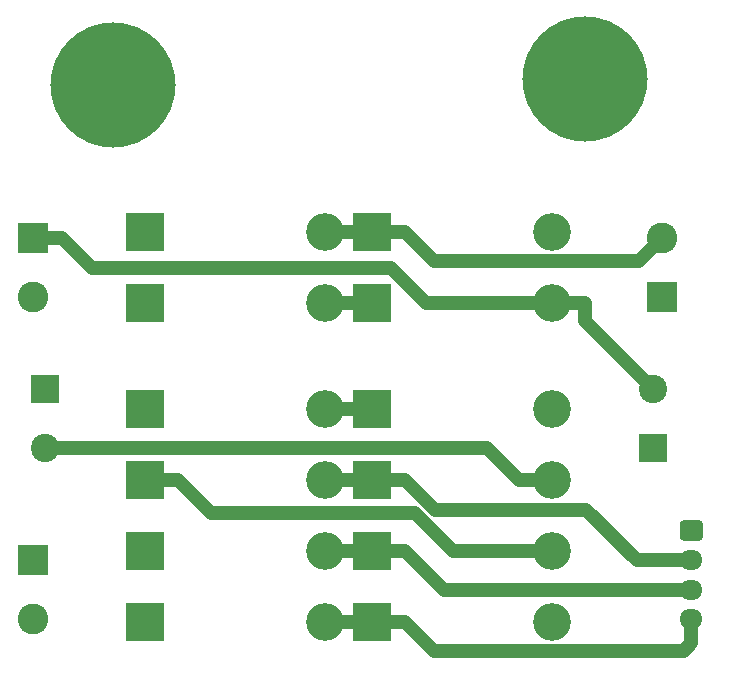
<source format=gtl>
G04 #@! TF.GenerationSoftware,KiCad,Pcbnew,5.1.10*
G04 #@! TF.CreationDate,2021-05-19T15:46:58-05:00*
G04 #@! TF.ProjectId,Rectifier,52656374-6966-4696-9572-2e6b69636164,rev?*
G04 #@! TF.SameCoordinates,Original*
G04 #@! TF.FileFunction,Copper,L1,Top*
G04 #@! TF.FilePolarity,Positive*
%FSLAX46Y46*%
G04 Gerber Fmt 4.6, Leading zero omitted, Abs format (unit mm)*
G04 Created by KiCad (PCBNEW 5.1.10) date 2021-05-19 15:46:58*
%MOMM*%
%LPD*%
G01*
G04 APERTURE LIST*
G04 #@! TA.AperFunction,ComponentPad*
%ADD10C,2.400000*%
G04 #@! TD*
G04 #@! TA.AperFunction,ComponentPad*
%ADD11R,2.400000X2.400000*%
G04 #@! TD*
G04 #@! TA.AperFunction,ComponentPad*
%ADD12C,0.900000*%
G04 #@! TD*
G04 #@! TA.AperFunction,ComponentPad*
%ADD13C,10.600000*%
G04 #@! TD*
G04 #@! TA.AperFunction,ComponentPad*
%ADD14C,2.600000*%
G04 #@! TD*
G04 #@! TA.AperFunction,ComponentPad*
%ADD15R,2.600000X2.600000*%
G04 #@! TD*
G04 #@! TA.AperFunction,ComponentPad*
%ADD16O,1.950000X1.700000*%
G04 #@! TD*
G04 #@! TA.AperFunction,ComponentPad*
%ADD17O,3.200000X3.200000*%
G04 #@! TD*
G04 #@! TA.AperFunction,ComponentPad*
%ADD18R,3.200000X3.200000*%
G04 #@! TD*
G04 #@! TA.AperFunction,Conductor*
%ADD19C,1.200000*%
G04 #@! TD*
G04 APERTURE END LIST*
D10*
X178750000Y-64750000D03*
D11*
X178750000Y-69750000D03*
D10*
X127250000Y-69750000D03*
D11*
X127250000Y-64750000D03*
D12*
X175810749Y-35689251D03*
X173000000Y-34525000D03*
X170189251Y-35689251D03*
X169025000Y-38500000D03*
X170189251Y-41310749D03*
X173000000Y-42475000D03*
X175810749Y-41310749D03*
X176975000Y-38500000D03*
D13*
X173000000Y-38500000D03*
D12*
X135810749Y-36189251D03*
X133000000Y-35025000D03*
X130189251Y-36189251D03*
X129025000Y-39000000D03*
X130189251Y-41810749D03*
X133000000Y-42975000D03*
X135810749Y-41810749D03*
X136975000Y-39000000D03*
D13*
X133000000Y-39000000D03*
D14*
X126250000Y-57000000D03*
D15*
X126250000Y-52000000D03*
D14*
X126250000Y-84250000D03*
D15*
X126250000Y-79250000D03*
D14*
X179500000Y-52000000D03*
D15*
X179500000Y-57000000D03*
D16*
X182000000Y-84250000D03*
X182000000Y-81750000D03*
X182000000Y-79250000D03*
G04 #@! TA.AperFunction,ComponentPad*
G36*
G01*
X181275000Y-75900000D02*
X182725000Y-75900000D01*
G75*
G02*
X182975000Y-76150000I0J-250000D01*
G01*
X182975000Y-77350000D01*
G75*
G02*
X182725000Y-77600000I-250000J0D01*
G01*
X181275000Y-77600000D01*
G75*
G02*
X181025000Y-77350000I0J250000D01*
G01*
X181025000Y-76150000D01*
G75*
G02*
X181275000Y-75900000I250000J0D01*
G01*
G37*
G04 #@! TD.AperFunction*
D17*
X150990000Y-57500000D03*
D18*
X135750000Y-57500000D03*
D17*
X150990000Y-78500000D03*
D18*
X135750000Y-78500000D03*
D17*
X150990000Y-66500000D03*
D18*
X135750000Y-66500000D03*
D17*
X150990000Y-51500000D03*
D18*
X135750000Y-51500000D03*
D17*
X170240000Y-57500000D03*
D18*
X155000000Y-57500000D03*
D17*
X150990000Y-84500000D03*
D18*
X135750000Y-84500000D03*
D17*
X170240000Y-78500000D03*
D18*
X155000000Y-78500000D03*
D17*
X150990000Y-72500000D03*
D18*
X135750000Y-72500000D03*
D17*
X170240000Y-66500000D03*
D18*
X155000000Y-66500000D03*
D17*
X170240000Y-51500000D03*
D18*
X155000000Y-51500000D03*
D17*
X170240000Y-84500000D03*
D18*
X155000000Y-84500000D03*
D17*
X170240000Y-72500000D03*
D18*
X155000000Y-72500000D03*
D19*
X182000000Y-79250000D02*
X177372300Y-79250000D01*
X177372300Y-79250000D02*
X173127000Y-75004700D01*
X173127000Y-75004700D02*
X160304700Y-75004700D01*
X160304700Y-75004700D02*
X157800000Y-72500000D01*
X155000000Y-72500000D02*
X157800000Y-72500000D01*
X155000000Y-72500000D02*
X150990000Y-72500000D01*
X135750000Y-72500000D02*
X138550000Y-72500000D01*
X170240000Y-78500000D02*
X161819500Y-78500000D01*
X161819500Y-78500000D02*
X158619500Y-75300000D01*
X158619500Y-75300000D02*
X141350000Y-75300000D01*
X141350000Y-75300000D02*
X138550000Y-72500000D01*
X182000000Y-84250000D02*
X182000000Y-86300000D01*
X155000000Y-84500000D02*
X157800000Y-84500000D01*
X157800000Y-84500000D02*
X160239600Y-86939600D01*
X160239600Y-86939600D02*
X181360400Y-86939600D01*
X181360400Y-86939600D02*
X182000000Y-86300000D01*
X150990000Y-84500000D02*
X155000000Y-84500000D01*
X155000000Y-51500000D02*
X157800000Y-51500000D01*
X157800000Y-51500000D02*
X160253100Y-53953100D01*
X160253100Y-53953100D02*
X177546900Y-53953100D01*
X177546900Y-53953100D02*
X179500000Y-52000000D01*
X150990000Y-51500000D02*
X155000000Y-51500000D01*
X150990000Y-66500000D02*
X155000000Y-66500000D01*
X155000000Y-78500000D02*
X157800000Y-78500000D01*
X157800000Y-78500000D02*
X161050000Y-81750000D01*
X161050000Y-81750000D02*
X182000000Y-81750000D01*
X155000000Y-78500000D02*
X150990000Y-78500000D01*
X155000000Y-57500000D02*
X150990000Y-57500000D01*
X170240000Y-72500000D02*
X167440000Y-72500000D01*
X167440000Y-72500000D02*
X164690000Y-69750000D01*
X164690000Y-69750000D02*
X127250000Y-69750000D01*
X126250000Y-52000000D02*
X128750000Y-52000000D01*
X128750000Y-52000000D02*
X131250000Y-54500000D01*
X131250000Y-54500000D02*
X156546900Y-54500000D01*
X156546900Y-54500000D02*
X159546900Y-57500000D01*
X159546900Y-57500000D02*
X170240000Y-57500000D01*
X170240000Y-57500000D02*
X173040000Y-57500000D01*
X173040000Y-57500000D02*
X173040000Y-59040000D01*
X173040000Y-59040000D02*
X178750000Y-64750000D01*
M02*

</source>
